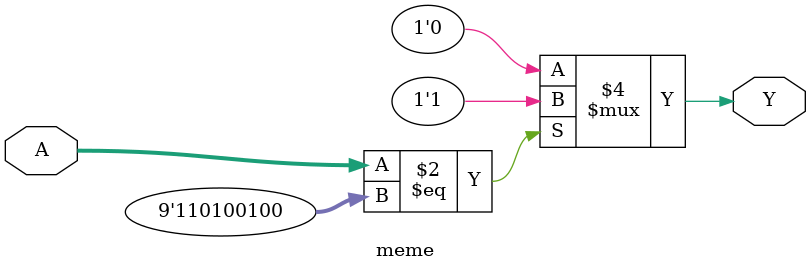
<source format=v>
`timescale 1ns / 1ps

module meme(

    input [8:0] A,
    output reg Y);
	
    always @(*)
        if(A == 420)
	    Y = 69;
	else
	    Y = 0;	
endmodule

</source>
